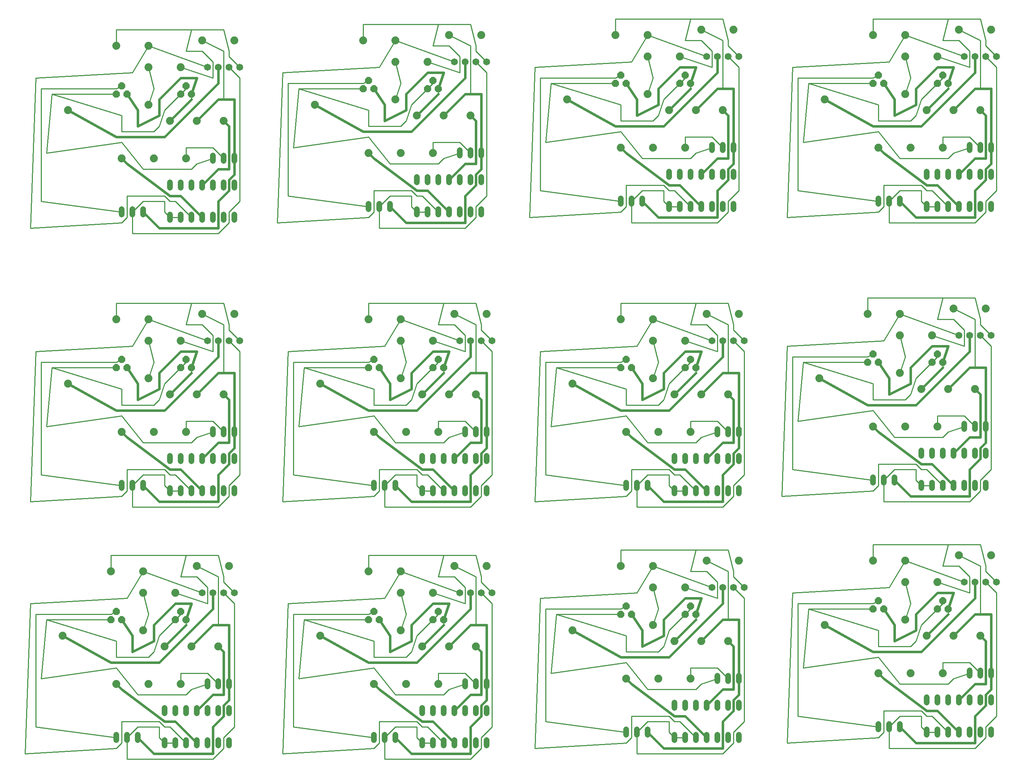
<source format=gbl>
G75*
G70*
%OFA0B0*%
%FSLAX24Y24*%
%IPPOS*%
%LPD*%
%AMOC8*
5,1,8,0,0,1.08239X$1,22.5*
%
%ADD10C,0.0740*%
%ADD11C,0.0650*%
%ADD12C,0.0520*%
%ADD13OC8,0.0660*%
%ADD14C,0.0100*%
%ADD15C,0.0240*%
D10*
X010600Y010100D03*
X013600Y010100D03*
X016600Y010100D03*
X017600Y013600D03*
X015100Y013600D03*
X013100Y015100D03*
X013100Y018600D03*
X013100Y020600D03*
X010100Y020600D03*
X016100Y018600D03*
X018100Y021100D03*
X021100Y021100D03*
X029600Y014600D03*
X034600Y010100D03*
X037600Y010100D03*
X040600Y010100D03*
X041600Y013600D03*
X039100Y013600D03*
X037100Y015100D03*
X037100Y018600D03*
X037100Y020600D03*
X034100Y020600D03*
X040100Y018600D03*
X042100Y021100D03*
X045100Y021100D03*
X053100Y015100D03*
X058100Y010600D03*
X061100Y010600D03*
X064100Y010600D03*
X065100Y014100D03*
X062600Y014100D03*
X060600Y015600D03*
X060600Y019100D03*
X060600Y021100D03*
X057600Y021100D03*
X063600Y019100D03*
X065600Y021600D03*
X068600Y021600D03*
X076600Y015600D03*
X081600Y011100D03*
X084600Y011100D03*
X087600Y011100D03*
X088600Y014600D03*
X091100Y014600D03*
X086100Y014600D03*
X084100Y016100D03*
X084100Y019600D03*
X084100Y021600D03*
X081100Y021600D03*
X087100Y019600D03*
X089100Y022100D03*
X092100Y022100D03*
X087100Y034100D03*
X084100Y034100D03*
X081100Y034100D03*
X085600Y037600D03*
X083600Y039100D03*
X083600Y042600D03*
X083600Y044600D03*
X080600Y044600D03*
X086600Y042600D03*
X088600Y045100D03*
X091600Y045100D03*
X090600Y037600D03*
X088100Y037600D03*
X076100Y038600D03*
X067600Y037100D03*
X065100Y037100D03*
X062600Y037100D03*
X060600Y038600D03*
X060600Y042100D03*
X060600Y044100D03*
X057600Y044100D03*
X063600Y042100D03*
X065600Y044600D03*
X068600Y044600D03*
X064100Y033600D03*
X061100Y033600D03*
X058100Y033600D03*
X053100Y038100D03*
X044100Y037100D03*
X041600Y037100D03*
X039100Y037100D03*
X037100Y038600D03*
X037100Y042100D03*
X037100Y044100D03*
X034100Y044100D03*
X040100Y042100D03*
X042100Y044600D03*
X045100Y044600D03*
X040600Y033600D03*
X037600Y033600D03*
X034600Y033600D03*
X029600Y038100D03*
X021600Y044600D03*
X018600Y044600D03*
X016600Y042100D03*
X013600Y042100D03*
X013600Y044100D03*
X010600Y044100D03*
X013600Y038600D03*
X015600Y037100D03*
X018100Y037100D03*
X020600Y037100D03*
X017100Y033600D03*
X014100Y033600D03*
X011100Y033600D03*
X006100Y038100D03*
X011100Y059100D03*
X014100Y059100D03*
X017100Y059100D03*
X018100Y062600D03*
X020600Y062600D03*
X015600Y062600D03*
X013600Y064100D03*
X013600Y067600D03*
X013600Y069600D03*
X010600Y069600D03*
X016600Y067600D03*
X018600Y070100D03*
X021600Y070100D03*
X029100Y064100D03*
X034100Y059600D03*
X037100Y059600D03*
X040100Y059600D03*
X041100Y063100D03*
X043600Y063100D03*
X038600Y063100D03*
X036600Y064600D03*
X036600Y068100D03*
X036600Y070100D03*
X033600Y070100D03*
X039600Y068100D03*
X041600Y070600D03*
X044600Y070600D03*
X052600Y064600D03*
X057600Y060100D03*
X060600Y060100D03*
X063600Y060100D03*
X064600Y063600D03*
X062100Y063600D03*
X060100Y065100D03*
X060100Y068600D03*
X060100Y070600D03*
X063100Y068600D03*
X065100Y071100D03*
X068100Y071100D03*
X076600Y064600D03*
X081600Y060100D03*
X084600Y060100D03*
X087600Y060100D03*
X088600Y063600D03*
X091100Y063600D03*
X086100Y063600D03*
X084100Y065100D03*
X084100Y068600D03*
X084100Y070600D03*
X081100Y070600D03*
X087100Y068600D03*
X089100Y071100D03*
X092100Y071100D03*
X067100Y063600D03*
X057100Y070600D03*
X006100Y063600D03*
X005600Y014600D03*
X020100Y013600D03*
X044100Y013600D03*
X067600Y014100D03*
D11*
X067100Y019100D03*
X066100Y019100D03*
X068100Y019100D03*
X069100Y019100D03*
X089600Y019600D03*
X090600Y019600D03*
X091600Y019600D03*
X092600Y019600D03*
X092100Y042600D03*
X091100Y042600D03*
X090100Y042600D03*
X089100Y042600D03*
X069100Y042100D03*
X068100Y042100D03*
X067100Y042100D03*
X066100Y042100D03*
X045600Y042100D03*
X044600Y042100D03*
X043600Y042100D03*
X042600Y042100D03*
X022100Y042100D03*
X021100Y042100D03*
X020100Y042100D03*
X019100Y042100D03*
X018600Y018600D03*
X019600Y018600D03*
X020600Y018600D03*
X021600Y018600D03*
X042600Y018600D03*
X043600Y018600D03*
X044600Y018600D03*
X045600Y018600D03*
X045100Y068100D03*
X044100Y068100D03*
X043100Y068100D03*
X042100Y068100D03*
X022100Y067600D03*
X021100Y067600D03*
X020100Y067600D03*
X019100Y067600D03*
X065600Y068600D03*
X066600Y068600D03*
X067600Y068600D03*
X068600Y068600D03*
X089600Y068600D03*
X090600Y068600D03*
X091600Y068600D03*
X092600Y068600D03*
D12*
X092100Y060360D02*
X092100Y059840D01*
X091100Y059840D02*
X091100Y060360D01*
X090100Y060360D02*
X090100Y059840D01*
X090100Y057860D02*
X090100Y057340D01*
X089100Y057340D02*
X089100Y057860D01*
X088100Y057860D02*
X088100Y057340D01*
X087100Y057340D02*
X087100Y057860D01*
X086100Y057860D02*
X086100Y057340D01*
X086100Y054860D02*
X086100Y054340D01*
X087100Y054340D02*
X087100Y054860D01*
X088100Y054860D02*
X088100Y054340D01*
X089100Y054340D02*
X089100Y054860D01*
X090100Y054860D02*
X090100Y054340D01*
X091100Y054340D02*
X091100Y054860D01*
X092100Y054860D02*
X092100Y054340D01*
X092100Y057340D02*
X092100Y057860D01*
X091100Y057860D02*
X091100Y057340D01*
X083600Y055360D02*
X083600Y054840D01*
X082600Y054840D02*
X082600Y055360D01*
X081600Y055360D02*
X081600Y054840D01*
X068100Y054860D02*
X068100Y054340D01*
X067100Y054340D02*
X067100Y054860D01*
X066100Y054860D02*
X066100Y054340D01*
X065100Y054340D02*
X065100Y054860D01*
X064100Y054860D02*
X064100Y054340D01*
X063100Y054340D02*
X063100Y054860D01*
X062100Y054860D02*
X062100Y054340D01*
X059600Y054840D02*
X059600Y055360D01*
X058600Y055360D02*
X058600Y054840D01*
X057600Y054840D02*
X057600Y055360D01*
X062100Y057340D02*
X062100Y057860D01*
X063100Y057860D02*
X063100Y057340D01*
X064100Y057340D02*
X064100Y057860D01*
X065100Y057860D02*
X065100Y057340D01*
X066100Y057340D02*
X066100Y057860D01*
X067100Y057860D02*
X067100Y057340D01*
X068100Y057340D02*
X068100Y057860D01*
X068100Y059840D02*
X068100Y060360D01*
X067100Y060360D02*
X067100Y059840D01*
X066100Y059840D02*
X066100Y060360D01*
X044600Y059860D02*
X044600Y059340D01*
X043600Y059340D02*
X043600Y059860D01*
X042600Y059860D02*
X042600Y059340D01*
X042600Y057360D02*
X042600Y056840D01*
X041600Y056840D02*
X041600Y057360D01*
X040600Y057360D02*
X040600Y056840D01*
X039600Y056840D02*
X039600Y057360D01*
X038600Y057360D02*
X038600Y056840D01*
X038600Y054360D02*
X038600Y053840D01*
X039600Y053840D02*
X039600Y054360D01*
X040600Y054360D02*
X040600Y053840D01*
X041600Y053840D02*
X041600Y054360D01*
X042600Y054360D02*
X042600Y053840D01*
X043600Y053840D02*
X043600Y054360D01*
X044600Y054360D02*
X044600Y053840D01*
X044600Y056840D02*
X044600Y057360D01*
X043600Y057360D02*
X043600Y056840D01*
X036100Y054860D02*
X036100Y054340D01*
X035100Y054340D02*
X035100Y054860D01*
X034100Y054860D02*
X034100Y054340D01*
X021600Y053860D02*
X021600Y053340D01*
X020600Y053340D02*
X020600Y053860D01*
X019600Y053860D02*
X019600Y053340D01*
X018600Y053340D02*
X018600Y053860D01*
X017600Y053860D02*
X017600Y053340D01*
X016600Y053340D02*
X016600Y053860D01*
X015600Y053860D02*
X015600Y053340D01*
X013100Y053840D02*
X013100Y054360D01*
X012100Y054360D02*
X012100Y053840D01*
X011100Y053840D02*
X011100Y054360D01*
X015600Y056340D02*
X015600Y056860D01*
X016600Y056860D02*
X016600Y056340D01*
X017600Y056340D02*
X017600Y056860D01*
X018600Y056860D02*
X018600Y056340D01*
X019600Y056340D02*
X019600Y056860D01*
X020600Y056860D02*
X020600Y056340D01*
X021600Y056340D02*
X021600Y056860D01*
X021600Y058840D02*
X021600Y059360D01*
X020600Y059360D02*
X020600Y058840D01*
X019600Y058840D02*
X019600Y059360D01*
X019600Y033860D02*
X019600Y033340D01*
X020600Y033340D02*
X020600Y033860D01*
X021600Y033860D02*
X021600Y033340D01*
X021600Y031360D02*
X021600Y030840D01*
X020600Y030840D02*
X020600Y031360D01*
X019600Y031360D02*
X019600Y030840D01*
X018600Y030840D02*
X018600Y031360D01*
X017600Y031360D02*
X017600Y030840D01*
X016600Y030840D02*
X016600Y031360D01*
X015600Y031360D02*
X015600Y030840D01*
X013100Y028860D02*
X013100Y028340D01*
X012100Y028340D02*
X012100Y028860D01*
X011100Y028860D02*
X011100Y028340D01*
X015600Y028360D02*
X015600Y027840D01*
X016600Y027840D02*
X016600Y028360D01*
X017600Y028360D02*
X017600Y027840D01*
X018600Y027840D02*
X018600Y028360D01*
X019600Y028360D02*
X019600Y027840D01*
X020600Y027840D02*
X020600Y028360D01*
X021600Y028360D02*
X021600Y027840D01*
X034600Y028340D02*
X034600Y028860D01*
X035600Y028860D02*
X035600Y028340D01*
X036600Y028340D02*
X036600Y028860D01*
X039100Y028360D02*
X039100Y027840D01*
X040100Y027840D02*
X040100Y028360D01*
X041100Y028360D02*
X041100Y027840D01*
X042100Y027840D02*
X042100Y028360D01*
X043100Y028360D02*
X043100Y027840D01*
X044100Y027840D02*
X044100Y028360D01*
X045100Y028360D02*
X045100Y027840D01*
X045100Y030840D02*
X045100Y031360D01*
X044100Y031360D02*
X044100Y030840D01*
X043100Y030840D02*
X043100Y031360D01*
X042100Y031360D02*
X042100Y030840D01*
X041100Y030840D02*
X041100Y031360D01*
X040100Y031360D02*
X040100Y030840D01*
X039100Y030840D02*
X039100Y031360D01*
X043100Y033340D02*
X043100Y033860D01*
X044100Y033860D02*
X044100Y033340D01*
X045100Y033340D02*
X045100Y033860D01*
X058100Y028860D02*
X058100Y028340D01*
X059100Y028340D02*
X059100Y028860D01*
X060100Y028860D02*
X060100Y028340D01*
X062600Y028360D02*
X062600Y027840D01*
X063600Y027840D02*
X063600Y028360D01*
X064600Y028360D02*
X064600Y027840D01*
X065600Y027840D02*
X065600Y028360D01*
X066600Y028360D02*
X066600Y027840D01*
X067600Y027840D02*
X067600Y028360D01*
X068600Y028360D02*
X068600Y027840D01*
X068600Y030840D02*
X068600Y031360D01*
X067600Y031360D02*
X067600Y030840D01*
X066600Y030840D02*
X066600Y031360D01*
X065600Y031360D02*
X065600Y030840D01*
X064600Y030840D02*
X064600Y031360D01*
X063600Y031360D02*
X063600Y030840D01*
X062600Y030840D02*
X062600Y031360D01*
X066600Y033340D02*
X066600Y033860D01*
X067600Y033860D02*
X067600Y033340D01*
X068600Y033340D02*
X068600Y033860D01*
X081100Y029360D02*
X081100Y028840D01*
X082100Y028840D02*
X082100Y029360D01*
X083100Y029360D02*
X083100Y028840D01*
X085600Y028860D02*
X085600Y028340D01*
X086600Y028340D02*
X086600Y028860D01*
X087600Y028860D02*
X087600Y028340D01*
X088600Y028340D02*
X088600Y028860D01*
X089600Y028860D02*
X089600Y028340D01*
X090600Y028340D02*
X090600Y028860D01*
X091600Y028860D02*
X091600Y028340D01*
X091600Y031340D02*
X091600Y031860D01*
X090600Y031860D02*
X090600Y031340D01*
X089600Y031340D02*
X089600Y031860D01*
X088600Y031860D02*
X088600Y031340D01*
X087600Y031340D02*
X087600Y031860D01*
X086600Y031860D02*
X086600Y031340D01*
X085600Y031340D02*
X085600Y031860D01*
X089600Y033840D02*
X089600Y034360D01*
X090600Y034360D02*
X090600Y033840D01*
X091600Y033840D02*
X091600Y034360D01*
X091100Y011360D02*
X091100Y010840D01*
X090100Y010840D02*
X090100Y011360D01*
X092100Y011360D02*
X092100Y010840D01*
X092100Y008860D02*
X092100Y008340D01*
X091100Y008340D02*
X091100Y008860D01*
X090100Y008860D02*
X090100Y008340D01*
X089100Y008340D02*
X089100Y008860D01*
X088100Y008860D02*
X088100Y008340D01*
X087100Y008340D02*
X087100Y008860D01*
X086100Y008860D02*
X086100Y008340D01*
X083600Y006360D02*
X083600Y005840D01*
X082600Y005840D02*
X082600Y006360D01*
X081600Y006360D02*
X081600Y005840D01*
X086100Y005860D02*
X086100Y005340D01*
X087100Y005340D02*
X087100Y005860D01*
X088100Y005860D02*
X088100Y005340D01*
X089100Y005340D02*
X089100Y005860D01*
X090100Y005860D02*
X090100Y005340D01*
X091100Y005340D02*
X091100Y005860D01*
X092100Y005860D02*
X092100Y005340D01*
X068600Y005360D02*
X068600Y004840D01*
X067600Y004840D02*
X067600Y005360D01*
X066600Y005360D02*
X066600Y004840D01*
X065600Y004840D02*
X065600Y005360D01*
X064600Y005360D02*
X064600Y004840D01*
X063600Y004840D02*
X063600Y005360D01*
X062600Y005360D02*
X062600Y004840D01*
X060100Y005340D02*
X060100Y005860D01*
X059100Y005860D02*
X059100Y005340D01*
X058100Y005340D02*
X058100Y005860D01*
X062600Y007840D02*
X062600Y008360D01*
X063600Y008360D02*
X063600Y007840D01*
X064600Y007840D02*
X064600Y008360D01*
X065600Y008360D02*
X065600Y007840D01*
X066600Y007840D02*
X066600Y008360D01*
X067600Y008360D02*
X067600Y007840D01*
X068600Y007840D02*
X068600Y008360D01*
X068600Y010340D02*
X068600Y010860D01*
X067600Y010860D02*
X067600Y010340D01*
X066600Y010340D02*
X066600Y010860D01*
X045100Y010360D02*
X045100Y009840D01*
X044100Y009840D02*
X044100Y010360D01*
X043100Y010360D02*
X043100Y009840D01*
X043100Y007860D02*
X043100Y007340D01*
X042100Y007340D02*
X042100Y007860D01*
X041100Y007860D02*
X041100Y007340D01*
X040100Y007340D02*
X040100Y007860D01*
X039100Y007860D02*
X039100Y007340D01*
X039100Y004860D02*
X039100Y004340D01*
X040100Y004340D02*
X040100Y004860D01*
X041100Y004860D02*
X041100Y004340D01*
X042100Y004340D02*
X042100Y004860D01*
X043100Y004860D02*
X043100Y004340D01*
X044100Y004340D02*
X044100Y004860D01*
X045100Y004860D02*
X045100Y004340D01*
X045100Y007340D02*
X045100Y007860D01*
X044100Y007860D02*
X044100Y007340D01*
X036600Y005360D02*
X036600Y004840D01*
X035600Y004840D02*
X035600Y005360D01*
X034600Y005360D02*
X034600Y004840D01*
X021100Y004860D02*
X021100Y004340D01*
X020100Y004340D02*
X020100Y004860D01*
X019100Y004860D02*
X019100Y004340D01*
X018100Y004340D02*
X018100Y004860D01*
X017100Y004860D02*
X017100Y004340D01*
X016100Y004340D02*
X016100Y004860D01*
X015100Y004860D02*
X015100Y004340D01*
X012600Y004840D02*
X012600Y005360D01*
X011600Y005360D02*
X011600Y004840D01*
X010600Y004840D02*
X010600Y005360D01*
X015100Y007340D02*
X015100Y007860D01*
X016100Y007860D02*
X016100Y007340D01*
X017100Y007340D02*
X017100Y007860D01*
X018100Y007860D02*
X018100Y007340D01*
X019100Y007340D02*
X019100Y007860D01*
X020100Y007860D02*
X020100Y007340D01*
X021100Y007340D02*
X021100Y007860D01*
X021100Y009840D02*
X021100Y010360D01*
X020100Y010360D02*
X020100Y009840D01*
X019100Y009840D02*
X019100Y010360D01*
D13*
X017100Y016100D03*
X016600Y016850D03*
X016100Y016100D03*
X011100Y016100D03*
X010600Y016850D03*
X010100Y016100D03*
X034100Y016100D03*
X034600Y016850D03*
X035100Y016100D03*
X040100Y016100D03*
X040600Y016850D03*
X041100Y016100D03*
X057600Y016600D03*
X058100Y017350D03*
X058600Y016600D03*
X063600Y016600D03*
X064100Y017350D03*
X064600Y016600D03*
X081100Y017100D03*
X081600Y017850D03*
X082100Y017100D03*
X087100Y017100D03*
X087600Y017850D03*
X088100Y017100D03*
X064600Y039600D03*
X064100Y040350D03*
X063600Y039600D03*
X058600Y039600D03*
X058100Y040350D03*
X057600Y039600D03*
X041100Y039600D03*
X040600Y040350D03*
X040100Y039600D03*
X035100Y039600D03*
X034600Y040350D03*
X034100Y039600D03*
X017600Y039600D03*
X017100Y040350D03*
X016600Y039600D03*
X011600Y039600D03*
X011100Y040350D03*
X010600Y039600D03*
X010600Y065100D03*
X011100Y065850D03*
X011600Y065100D03*
X016600Y065100D03*
X017100Y065850D03*
X017600Y065100D03*
X033600Y065600D03*
X034100Y066350D03*
X034600Y065600D03*
X039600Y065600D03*
X040100Y066350D03*
X040600Y065600D03*
X057100Y066100D03*
X057600Y066850D03*
X058100Y066100D03*
X063100Y066100D03*
X063600Y066850D03*
X064100Y066100D03*
X081100Y066100D03*
X081600Y066850D03*
X082100Y066100D03*
X087100Y066100D03*
X087600Y066850D03*
X088100Y066100D03*
X087100Y040850D03*
X086600Y040100D03*
X087600Y040100D03*
X081600Y040100D03*
X081100Y040850D03*
X080600Y040100D03*
D14*
X002600Y017600D02*
X002100Y003600D01*
X010600Y004100D01*
X011100Y004600D01*
X011100Y006600D01*
X014600Y006600D01*
X015100Y006100D01*
X015600Y006100D01*
X017100Y004600D01*
X016100Y004600D02*
X015100Y004600D01*
X014600Y005100D01*
X014600Y006100D01*
X012600Y006100D01*
X011600Y005100D01*
X011600Y003100D01*
X019600Y003100D01*
X020600Y004100D01*
X020600Y005100D01*
X021600Y006100D01*
X021600Y017600D01*
X020600Y018600D01*
X020600Y019600D02*
X021600Y018600D01*
X020600Y019600D02*
X020600Y020100D01*
X020100Y022100D01*
X017100Y022100D01*
X016600Y020100D01*
X018100Y020100D01*
X019100Y019100D01*
X019100Y017600D01*
X016100Y018600D01*
X016600Y016850D02*
X016600Y016600D01*
X016100Y016100D01*
X014600Y014600D01*
X014100Y013100D01*
X013600Y012600D01*
X010600Y012600D01*
X010600Y014100D01*
X004100Y016100D01*
X003600Y010600D01*
X010600Y011600D01*
X012600Y009100D01*
X017100Y009100D01*
X017600Y009600D01*
X019100Y010100D01*
X019100Y011100D02*
X016600Y011100D01*
X016600Y010100D01*
X019100Y011100D02*
X020100Y010100D01*
X020100Y015600D02*
X020100Y020100D01*
X018100Y021100D01*
X017100Y022100D02*
X010100Y022100D01*
X010100Y020600D01*
X011600Y018100D02*
X013100Y020600D01*
X018600Y018600D01*
X017100Y016100D02*
X017100Y015600D01*
X013600Y016600D02*
X013100Y018600D01*
X011600Y018100D02*
X002600Y017600D01*
X003100Y016600D02*
X010100Y016600D01*
X010600Y016850D01*
X010100Y016100D02*
X004100Y016100D01*
X003100Y016600D02*
X003100Y006100D01*
X010600Y005100D01*
X013100Y015100D02*
X013600Y016600D01*
X012100Y026600D02*
X012100Y028600D01*
X013100Y029600D01*
X015100Y029600D01*
X015100Y028600D01*
X015600Y028100D01*
X016600Y028100D01*
X017600Y028100D02*
X016100Y029600D01*
X015600Y029600D01*
X015100Y030100D01*
X011600Y030100D01*
X011600Y028100D01*
X011100Y027600D01*
X002600Y027100D01*
X003100Y041100D01*
X012100Y041600D01*
X013600Y044100D01*
X019100Y042100D01*
X019600Y042600D02*
X018600Y043600D01*
X017100Y043600D01*
X017600Y045600D01*
X020600Y045600D01*
X021100Y043600D01*
X021100Y043100D01*
X022100Y042100D01*
X022100Y041100D02*
X021100Y042100D01*
X022100Y041100D02*
X022100Y029600D01*
X021100Y028600D01*
X021100Y027600D01*
X020100Y026600D01*
X012100Y026600D01*
X011100Y028600D02*
X003600Y029600D01*
X003600Y040100D01*
X010600Y040100D01*
X011100Y040350D01*
X010600Y039600D02*
X004600Y039600D01*
X011100Y037600D01*
X011100Y036100D01*
X014100Y036100D01*
X014600Y036600D01*
X015100Y038100D01*
X016600Y039600D01*
X017100Y040100D01*
X017100Y040350D01*
X017600Y039600D02*
X017600Y039100D01*
X019600Y041100D02*
X019600Y042600D01*
X020600Y043600D02*
X020600Y039100D01*
X019600Y041100D02*
X016600Y042100D01*
X013600Y042100D02*
X014100Y040100D01*
X013600Y038600D01*
X011100Y035100D02*
X004100Y034100D01*
X004600Y039600D01*
X010600Y044100D02*
X010600Y045600D01*
X017600Y045600D01*
X018600Y044600D02*
X020600Y043600D01*
X026600Y041100D02*
X035600Y041600D01*
X037100Y044100D01*
X042600Y042100D01*
X043100Y042600D02*
X042100Y043600D01*
X040600Y043600D01*
X041100Y045600D01*
X044100Y045600D01*
X044600Y043600D01*
X044600Y043100D01*
X045600Y042100D01*
X045600Y041100D02*
X044600Y042100D01*
X043100Y042600D02*
X043100Y041100D01*
X040100Y042100D01*
X040600Y040350D02*
X040600Y040100D01*
X040100Y039600D01*
X038600Y038100D01*
X038100Y036600D01*
X037600Y036100D01*
X034600Y036100D01*
X034600Y037600D01*
X028100Y039600D01*
X027600Y034100D01*
X034600Y035100D01*
X036600Y032600D01*
X041100Y032600D01*
X041600Y033100D01*
X043100Y033600D01*
X043100Y034600D02*
X044100Y033600D01*
X043100Y034600D02*
X040600Y034600D01*
X040600Y033600D01*
X038600Y030100D02*
X035100Y030100D01*
X035100Y028100D01*
X034600Y027600D01*
X026100Y027100D01*
X026600Y041100D01*
X027100Y040100D02*
X034100Y040100D01*
X034600Y040350D01*
X034100Y039600D02*
X028100Y039600D01*
X027100Y040100D02*
X027100Y029600D01*
X034600Y028600D01*
X035600Y028600D02*
X035600Y026600D01*
X043600Y026600D01*
X044600Y027600D01*
X044600Y028600D01*
X045600Y029600D01*
X045600Y041100D01*
X044100Y039100D02*
X044100Y043600D01*
X042100Y044600D01*
X041100Y045600D02*
X034100Y045600D01*
X034100Y044100D01*
X037100Y042100D02*
X037600Y040100D01*
X037100Y038600D01*
X041100Y039100D02*
X041100Y039600D01*
X050100Y041100D02*
X059100Y041600D01*
X060600Y044100D01*
X066100Y042100D01*
X066600Y042600D02*
X065600Y043600D01*
X064100Y043600D01*
X064600Y045600D01*
X067600Y045600D01*
X068100Y043600D01*
X068100Y043100D01*
X069100Y042100D01*
X069100Y041100D02*
X068100Y042100D01*
X069100Y041100D02*
X069100Y029600D01*
X068100Y028600D01*
X068100Y027600D01*
X067100Y026600D01*
X059100Y026600D01*
X059100Y028600D01*
X060100Y029600D01*
X062100Y029600D01*
X062100Y028600D01*
X062600Y028100D01*
X063600Y028100D01*
X064600Y028100D02*
X063100Y029600D01*
X062600Y029600D01*
X062100Y030100D01*
X058600Y030100D01*
X058600Y028100D01*
X058100Y027600D01*
X049600Y027100D01*
X050100Y041100D01*
X050600Y040100D02*
X057600Y040100D01*
X058100Y040350D01*
X057600Y039600D02*
X051600Y039600D01*
X058100Y037600D01*
X058100Y036100D01*
X061100Y036100D01*
X061600Y036600D01*
X062100Y038100D01*
X063600Y039600D01*
X064100Y040100D01*
X064100Y040350D01*
X064600Y039600D02*
X064600Y039100D01*
X066600Y041100D02*
X066600Y042600D01*
X067600Y043600D02*
X067600Y039100D01*
X066600Y041100D02*
X063600Y042100D01*
X060600Y042100D02*
X061100Y040100D01*
X060600Y038600D01*
X058100Y035100D02*
X051100Y034100D01*
X051600Y039600D01*
X050600Y040100D02*
X050600Y029600D01*
X058100Y028600D01*
X060100Y032600D02*
X058100Y035100D01*
X060100Y032600D02*
X064600Y032600D01*
X065100Y033100D01*
X066600Y033600D01*
X066600Y034600D02*
X064100Y034600D01*
X064100Y033600D01*
X066600Y034600D02*
X067600Y033600D01*
X074100Y034600D02*
X074600Y040100D01*
X081100Y038100D01*
X081100Y036600D01*
X084100Y036600D01*
X084600Y037100D01*
X085100Y038600D01*
X086600Y040100D01*
X087100Y040600D01*
X087100Y040850D01*
X087600Y040100D02*
X087600Y039600D01*
X089600Y041600D02*
X089600Y043100D01*
X088600Y044100D01*
X087100Y044100D01*
X087600Y046100D01*
X090600Y046100D01*
X091100Y044100D01*
X091100Y043600D01*
X092100Y042600D01*
X092100Y041600D02*
X092100Y030100D01*
X091100Y029100D01*
X091100Y028100D01*
X090100Y027100D01*
X082100Y027100D01*
X082100Y029100D01*
X083100Y030100D01*
X085100Y030100D01*
X085100Y029100D01*
X085600Y028600D01*
X086600Y028600D01*
X087600Y028600D02*
X086100Y030100D01*
X085600Y030100D01*
X085100Y030600D01*
X081600Y030600D01*
X081600Y028600D01*
X081100Y028100D01*
X072600Y027600D01*
X073100Y041600D01*
X082100Y042100D01*
X083600Y044600D01*
X089100Y042600D01*
X089600Y041600D02*
X086600Y042600D01*
X083600Y042600D02*
X084100Y040600D01*
X083600Y039100D01*
X081100Y040850D02*
X080600Y040600D01*
X073600Y040600D01*
X073600Y030100D01*
X081100Y029100D01*
X083100Y033100D02*
X081100Y035600D01*
X074100Y034600D01*
X074600Y040100D02*
X080600Y040100D01*
X080600Y044600D02*
X080600Y046100D01*
X087600Y046100D01*
X088600Y045100D02*
X090600Y044100D01*
X090600Y039600D01*
X092100Y041600D02*
X091100Y042600D01*
X089600Y035100D02*
X087100Y035100D01*
X087100Y034100D01*
X087600Y033100D02*
X083100Y033100D01*
X087600Y033100D02*
X088100Y033600D01*
X089600Y034100D01*
X089600Y035100D02*
X090600Y034100D01*
X091100Y023100D02*
X088100Y023100D01*
X087600Y021100D01*
X089100Y021100D01*
X090100Y020100D01*
X090100Y018600D01*
X087100Y019600D01*
X087600Y017850D02*
X087600Y017600D01*
X087100Y017100D01*
X085600Y015600D01*
X085100Y014100D01*
X084600Y013600D01*
X081600Y013600D01*
X081600Y015100D01*
X075100Y017100D01*
X074600Y011600D01*
X081600Y012600D01*
X083600Y010100D01*
X088100Y010100D01*
X088600Y010600D01*
X090100Y011100D01*
X090100Y012100D02*
X091100Y011100D01*
X090100Y012100D02*
X087600Y012100D01*
X087600Y011100D01*
X085600Y007600D02*
X082100Y007600D01*
X082100Y005600D01*
X081600Y005100D01*
X073100Y004600D01*
X073600Y018600D01*
X082600Y019100D01*
X084100Y021600D01*
X089600Y019600D01*
X091600Y019600D02*
X092600Y018600D01*
X092600Y007100D01*
X091600Y006100D01*
X091600Y005100D01*
X090600Y004100D01*
X082600Y004100D01*
X082600Y006100D01*
X083600Y007100D01*
X085600Y007100D01*
X085600Y006100D01*
X086100Y005600D01*
X087100Y005600D01*
X088100Y005600D02*
X086600Y007100D01*
X086100Y007100D01*
X085600Y007600D01*
X081600Y006100D02*
X074100Y007100D01*
X074100Y017600D01*
X081100Y017600D01*
X081600Y017850D01*
X081100Y017100D02*
X075100Y017100D01*
X069100Y018100D02*
X069100Y006600D01*
X068100Y005600D01*
X068100Y004600D01*
X067100Y003600D01*
X059100Y003600D01*
X059100Y005600D01*
X060100Y006600D01*
X062100Y006600D01*
X062100Y005600D01*
X062600Y005100D01*
X063600Y005100D01*
X064600Y005100D02*
X063100Y006600D01*
X062600Y006600D01*
X062100Y007100D01*
X058600Y007100D01*
X058600Y005100D01*
X058100Y004600D01*
X049600Y004100D01*
X050100Y018100D01*
X059100Y018600D01*
X060600Y021100D01*
X066100Y019100D01*
X066600Y019600D02*
X066600Y018100D01*
X063600Y019100D01*
X064100Y020600D02*
X064600Y022600D01*
X067600Y022600D01*
X068100Y020600D01*
X068100Y020100D01*
X069100Y019100D01*
X069100Y018100D02*
X068100Y019100D01*
X067600Y020600D02*
X067600Y016100D01*
X064600Y016100D02*
X064600Y016600D01*
X064100Y017100D02*
X064100Y017350D01*
X064100Y017100D02*
X063600Y016600D01*
X062100Y015100D01*
X061600Y013600D01*
X061100Y013100D01*
X058100Y013100D01*
X058100Y014600D01*
X051600Y016600D01*
X051100Y011100D01*
X058100Y012100D01*
X060100Y009600D01*
X064600Y009600D01*
X065100Y010100D01*
X066600Y010600D01*
X066600Y011600D02*
X064100Y011600D01*
X064100Y010600D01*
X066600Y011600D02*
X067600Y010600D01*
X060600Y015600D02*
X061100Y017100D01*
X060600Y019100D01*
X058100Y017350D02*
X057600Y017100D01*
X050600Y017100D01*
X050600Y006600D01*
X058100Y005600D01*
X045600Y006100D02*
X044600Y005100D01*
X044600Y004100D01*
X043600Y003100D01*
X035600Y003100D01*
X035600Y005100D01*
X036600Y006100D01*
X038600Y006100D01*
X038600Y005100D01*
X039100Y004600D01*
X040100Y004600D01*
X041100Y004600D02*
X039600Y006100D01*
X039100Y006100D01*
X038600Y006600D01*
X035100Y006600D01*
X035100Y004600D01*
X034600Y004100D01*
X026100Y003600D01*
X026600Y017600D01*
X035600Y018100D01*
X037100Y020600D01*
X042600Y018600D01*
X043100Y019100D02*
X043100Y017600D01*
X040100Y018600D01*
X040600Y020100D02*
X041100Y022100D01*
X044100Y022100D01*
X044600Y020100D01*
X044600Y019600D01*
X045600Y018600D01*
X045600Y017600D02*
X045600Y006100D01*
X043100Y010100D02*
X041600Y009600D01*
X041100Y009100D01*
X036600Y009100D01*
X034600Y011600D01*
X027600Y010600D01*
X028100Y016100D01*
X034600Y014100D01*
X034600Y012600D01*
X037600Y012600D01*
X038100Y013100D01*
X038600Y014600D01*
X040100Y016100D01*
X040600Y016600D01*
X040600Y016850D01*
X041100Y016100D02*
X041100Y015600D01*
X044100Y015600D02*
X044100Y020100D01*
X042100Y021100D01*
X041100Y022100D02*
X034100Y022100D01*
X034100Y020600D01*
X037100Y018600D02*
X037600Y016600D01*
X037100Y015100D01*
X034600Y016850D02*
X034100Y016600D01*
X027100Y016600D01*
X027100Y006100D01*
X034600Y005100D01*
X040600Y010100D02*
X040600Y011100D01*
X043100Y011100D01*
X044100Y010100D01*
X051600Y016600D02*
X057600Y016600D01*
X057600Y021100D02*
X057600Y022600D01*
X064600Y022600D01*
X065600Y021600D02*
X067600Y020600D01*
X066600Y019600D02*
X065600Y020600D01*
X064100Y020600D01*
X081100Y021600D02*
X081100Y023100D01*
X088100Y023100D01*
X089100Y022100D02*
X091100Y021100D01*
X091100Y016600D01*
X088100Y016600D02*
X088100Y017100D01*
X084600Y017600D02*
X084100Y019600D01*
X084600Y017600D02*
X084100Y016100D01*
X091600Y020600D02*
X091600Y021100D01*
X091100Y023100D01*
X091600Y020600D02*
X092600Y019600D01*
X067600Y043600D02*
X065600Y044600D01*
X064600Y045600D02*
X057600Y045600D01*
X057600Y044100D01*
X058600Y053100D02*
X058600Y055100D01*
X059600Y056100D01*
X061600Y056100D01*
X061600Y055100D01*
X062100Y054600D01*
X063100Y054600D01*
X064100Y054600D02*
X062600Y056100D01*
X062100Y056100D01*
X061600Y056600D01*
X058100Y056600D01*
X058100Y054600D01*
X057600Y054100D01*
X049100Y053600D01*
X049600Y067600D01*
X058600Y068100D01*
X060100Y070600D01*
X065600Y068600D01*
X066100Y069100D02*
X066100Y067600D01*
X063100Y068600D01*
X063600Y070100D02*
X064100Y072100D01*
X067100Y072100D01*
X067600Y070100D01*
X067600Y069600D01*
X068600Y068600D01*
X068600Y067600D02*
X068600Y056100D01*
X067600Y055100D01*
X067600Y054100D01*
X066600Y053100D01*
X058600Y053100D01*
X057600Y055100D02*
X050100Y056100D01*
X050100Y066600D01*
X057100Y066600D01*
X057600Y066850D01*
X057100Y066100D02*
X051100Y066100D01*
X057600Y064100D01*
X057600Y062600D01*
X060600Y062600D01*
X061100Y063100D01*
X061600Y064600D01*
X063100Y066100D01*
X063600Y066600D01*
X063600Y066850D01*
X064100Y066100D02*
X064100Y065600D01*
X067100Y065600D02*
X067100Y070100D01*
X065100Y071100D01*
X065100Y070100D02*
X063600Y070100D01*
X065100Y070100D02*
X066100Y069100D01*
X067600Y068600D02*
X068600Y067600D01*
X073600Y067600D02*
X082600Y068100D01*
X084100Y070600D01*
X089600Y068600D01*
X090100Y069100D02*
X090100Y067600D01*
X087100Y068600D01*
X087600Y070100D02*
X088100Y072100D01*
X091100Y072100D01*
X091600Y070100D01*
X091600Y069600D01*
X092600Y068600D01*
X092600Y067600D02*
X092600Y056100D01*
X091600Y055100D01*
X091600Y054100D01*
X090600Y053100D01*
X082600Y053100D01*
X082600Y055100D01*
X083600Y056100D01*
X085600Y056100D01*
X085600Y055100D01*
X086100Y054600D01*
X087100Y054600D01*
X088100Y054600D02*
X086600Y056100D01*
X086100Y056100D01*
X085600Y056600D01*
X082100Y056600D01*
X082100Y054600D01*
X081600Y054100D01*
X073100Y053600D01*
X073600Y067600D01*
X074100Y066600D02*
X081100Y066600D01*
X081600Y066850D01*
X081100Y066100D02*
X075100Y066100D01*
X081600Y064100D01*
X081600Y062600D01*
X084600Y062600D01*
X085100Y063100D01*
X085600Y064600D01*
X087100Y066100D01*
X087600Y066600D01*
X087600Y066850D01*
X088100Y066100D02*
X088100Y065600D01*
X091100Y065600D02*
X091100Y070100D01*
X089100Y071100D01*
X089100Y070100D02*
X087600Y070100D01*
X089100Y070100D02*
X090100Y069100D01*
X091600Y068600D02*
X092600Y067600D01*
X088100Y072100D02*
X081100Y072100D01*
X081100Y070600D01*
X084100Y068600D02*
X084600Y066600D01*
X084100Y065100D01*
X081600Y061600D02*
X074600Y060600D01*
X075100Y066100D01*
X074100Y066600D02*
X074100Y056100D01*
X081600Y055100D01*
X083600Y059100D02*
X081600Y061600D01*
X083600Y059100D02*
X088100Y059100D01*
X088600Y059600D01*
X090100Y060100D01*
X090100Y061100D02*
X087600Y061100D01*
X087600Y060100D01*
X090100Y061100D02*
X091100Y060100D01*
X067100Y060100D02*
X066100Y061100D01*
X063600Y061100D01*
X063600Y060100D01*
X064100Y059100D02*
X064600Y059600D01*
X066100Y060100D01*
X064100Y059100D02*
X059600Y059100D01*
X057600Y061600D01*
X050600Y060600D01*
X051100Y066100D01*
X045100Y067100D02*
X045100Y055600D01*
X044100Y054600D01*
X044100Y053600D01*
X043100Y052600D01*
X035100Y052600D01*
X035100Y054600D01*
X036100Y055600D01*
X038100Y055600D01*
X038100Y054600D01*
X038600Y054100D01*
X039600Y054100D01*
X040600Y054100D02*
X039100Y055600D01*
X038600Y055600D01*
X038100Y056100D01*
X034600Y056100D01*
X034600Y054100D01*
X034100Y053600D01*
X025600Y053100D01*
X026100Y067100D01*
X035100Y067600D01*
X036600Y070100D01*
X042100Y068100D01*
X042600Y068600D02*
X042600Y067100D01*
X039600Y068100D01*
X040100Y069600D02*
X040600Y071600D01*
X043600Y071600D01*
X044100Y069600D01*
X044100Y069100D01*
X045100Y068100D01*
X045100Y067100D02*
X044100Y068100D01*
X043600Y069600D02*
X043600Y065100D01*
X040600Y065100D02*
X040600Y065600D01*
X040100Y066100D02*
X040100Y066350D01*
X040100Y066100D02*
X039600Y065600D01*
X038100Y064100D01*
X037600Y062600D01*
X037100Y062100D01*
X034100Y062100D01*
X034100Y063600D01*
X027600Y065600D01*
X027100Y060100D01*
X034100Y061100D01*
X036100Y058600D01*
X040600Y058600D01*
X041100Y059100D01*
X042600Y059600D01*
X042600Y060600D02*
X040100Y060600D01*
X040100Y059600D01*
X042600Y060600D02*
X043600Y059600D01*
X036600Y064600D02*
X037100Y066100D01*
X036600Y068100D01*
X034100Y066350D02*
X033600Y066100D01*
X026600Y066100D01*
X026600Y055600D01*
X034100Y054600D01*
X022100Y055100D02*
X021100Y054100D01*
X021100Y053100D01*
X020100Y052100D01*
X012100Y052100D01*
X012100Y054100D01*
X013100Y055100D01*
X015100Y055100D01*
X015100Y054100D01*
X015600Y053600D01*
X016600Y053600D01*
X017600Y053600D02*
X016100Y055100D01*
X015600Y055100D01*
X015100Y055600D01*
X011600Y055600D01*
X011600Y053600D01*
X011100Y053100D01*
X002600Y052600D01*
X003100Y066600D01*
X012100Y067100D01*
X013600Y069600D01*
X019100Y067600D01*
X019600Y068100D02*
X018600Y069100D01*
X017100Y069100D01*
X017600Y071100D01*
X020600Y071100D01*
X021100Y069100D01*
X021100Y068600D01*
X022100Y067600D01*
X022100Y066600D02*
X021100Y067600D01*
X022100Y066600D02*
X022100Y055100D01*
X020600Y059100D02*
X019600Y060100D01*
X017100Y060100D01*
X017100Y059100D01*
X017600Y058100D02*
X013100Y058100D01*
X011100Y060600D01*
X004100Y059600D01*
X004600Y065100D01*
X011100Y063100D01*
X011100Y061600D01*
X014100Y061600D01*
X014600Y062100D01*
X015100Y063600D01*
X016600Y065100D01*
X017100Y065600D01*
X017100Y065850D01*
X017600Y065100D02*
X017600Y064600D01*
X019600Y066600D02*
X019600Y068100D01*
X020600Y069100D02*
X020600Y064600D01*
X019600Y066600D02*
X016600Y067600D01*
X013600Y067600D02*
X014100Y065600D01*
X013600Y064100D01*
X011100Y065850D02*
X010600Y065600D01*
X003600Y065600D01*
X003600Y055100D01*
X011100Y054100D01*
X017600Y058100D02*
X018100Y058600D01*
X019600Y059100D01*
X027600Y065600D02*
X033600Y065600D01*
X033600Y070100D02*
X033600Y071600D01*
X040600Y071600D01*
X041600Y070600D02*
X043600Y069600D01*
X042600Y068600D02*
X041600Y069600D01*
X040100Y069600D01*
X057100Y070600D02*
X057100Y072100D01*
X064100Y072100D01*
X060100Y068600D02*
X060600Y066600D01*
X060100Y065100D01*
X020600Y069100D02*
X018600Y070100D01*
X017600Y071100D02*
X010600Y071100D01*
X010600Y069600D01*
X010600Y065100D02*
X004600Y065100D01*
X011100Y035100D02*
X013100Y032600D01*
X017600Y032600D01*
X018100Y033100D01*
X019600Y033600D01*
X019600Y034600D02*
X020600Y033600D01*
X019600Y034600D02*
X017100Y034600D01*
X017100Y033600D01*
X035600Y028600D02*
X036600Y029600D01*
X038600Y029600D01*
X038600Y028600D01*
X039100Y028100D01*
X040100Y028100D01*
X041100Y028100D02*
X039600Y029600D01*
X039100Y029600D01*
X038600Y030100D01*
X040600Y020100D02*
X042100Y020100D01*
X043100Y019100D01*
X044600Y018600D02*
X045600Y017600D01*
X034100Y016100D02*
X028100Y016100D01*
D15*
X029600Y014600D02*
X034100Y012100D01*
X038600Y012100D01*
X043600Y017100D01*
X043600Y018600D01*
X041600Y017600D02*
X041100Y016100D01*
X041100Y015600D02*
X039100Y013600D01*
X038100Y014100D02*
X038100Y015600D01*
X040100Y017600D01*
X041600Y017600D01*
X043600Y015600D02*
X044100Y015600D01*
X045100Y015600D01*
X045100Y010100D01*
X045100Y008600D01*
X044600Y008100D01*
X044600Y007100D01*
X043600Y006100D01*
X043600Y003600D01*
X038100Y003600D01*
X036600Y005100D01*
X039100Y006600D02*
X035100Y009600D01*
X034600Y010100D01*
X036100Y013100D02*
X038100Y014100D01*
X036100Y014600D02*
X036100Y013100D01*
X036100Y014600D02*
X035100Y016100D01*
X041600Y013600D02*
X043600Y015600D01*
X044100Y013600D02*
X044600Y013100D01*
X044600Y009100D01*
X043600Y009100D01*
X042100Y007600D01*
X040100Y006600D02*
X039100Y006600D01*
X040100Y006600D02*
X042100Y004600D01*
X053100Y015100D02*
X057600Y012600D01*
X062100Y012600D01*
X067100Y017600D01*
X067100Y019100D01*
X065100Y018100D02*
X064600Y016600D01*
X064600Y016100D02*
X062600Y014100D01*
X061600Y014600D02*
X061600Y016100D01*
X063600Y018100D01*
X065100Y018100D01*
X067100Y016100D02*
X067600Y016100D01*
X068600Y016100D01*
X068600Y010600D01*
X068600Y009100D01*
X068100Y008600D01*
X068100Y007600D01*
X067100Y006600D01*
X067100Y004100D01*
X061600Y004100D01*
X060100Y005600D01*
X062600Y007100D02*
X058600Y010100D01*
X058100Y010600D01*
X059600Y013600D02*
X061600Y014600D01*
X059600Y015100D02*
X059600Y013600D01*
X059600Y015100D02*
X058600Y016600D01*
X065100Y014100D02*
X067100Y016100D01*
X067600Y014100D02*
X068100Y013600D01*
X068100Y009600D01*
X067100Y009600D01*
X065600Y008100D01*
X063600Y007100D02*
X062600Y007100D01*
X063600Y007100D02*
X065600Y005100D01*
X076600Y015600D02*
X081100Y013100D01*
X085600Y013100D01*
X090600Y018100D01*
X090600Y019600D01*
X088600Y018600D02*
X088100Y017100D01*
X088100Y016600D02*
X086100Y014600D01*
X085100Y015100D02*
X085100Y016600D01*
X087100Y018600D01*
X088600Y018600D01*
X090600Y016600D02*
X091100Y016600D01*
X092100Y016600D01*
X092100Y011100D01*
X092100Y009600D01*
X091600Y009100D01*
X091600Y008100D01*
X090600Y007100D01*
X090600Y004600D01*
X085100Y004600D01*
X083600Y006100D01*
X086100Y007600D02*
X082100Y010600D01*
X081600Y011100D01*
X083100Y014100D02*
X085100Y015100D01*
X083100Y015600D02*
X083100Y014100D01*
X083100Y015600D02*
X082100Y017100D01*
X088600Y014600D02*
X090600Y016600D01*
X091100Y014600D02*
X091600Y014100D01*
X091600Y010100D01*
X090600Y010100D01*
X089100Y008600D01*
X087100Y007600D02*
X086100Y007600D01*
X087100Y007600D02*
X089100Y005600D01*
X090100Y027600D02*
X084600Y027600D01*
X083100Y029100D01*
X085600Y030600D02*
X081600Y033600D01*
X081100Y034100D01*
X080600Y036100D02*
X076100Y038600D01*
X080600Y036100D02*
X085100Y036100D01*
X090100Y041100D01*
X090100Y042600D01*
X088100Y041600D02*
X087600Y040100D01*
X087600Y039600D02*
X085600Y037600D01*
X084600Y038100D02*
X084600Y039600D01*
X086600Y041600D01*
X088100Y041600D01*
X090100Y039600D02*
X090600Y039600D01*
X091600Y039600D01*
X091600Y034100D01*
X091600Y032600D01*
X091100Y032100D01*
X091100Y031100D01*
X090100Y030100D01*
X090100Y027600D01*
X088600Y028600D02*
X086600Y030600D01*
X085600Y030600D01*
X088600Y031600D02*
X090100Y033100D01*
X091100Y033100D01*
X091100Y037100D01*
X090600Y037600D01*
X090100Y039600D02*
X088100Y037600D01*
X084600Y038100D02*
X082600Y037100D01*
X082600Y038600D01*
X081600Y040100D01*
X068600Y039100D02*
X068600Y033600D01*
X068600Y032100D01*
X068100Y031600D01*
X068100Y030600D01*
X067100Y029600D01*
X067100Y027100D01*
X061600Y027100D01*
X060100Y028600D01*
X062600Y030100D02*
X058600Y033100D01*
X058100Y033600D01*
X057600Y035600D02*
X053100Y038100D01*
X057600Y035600D02*
X062100Y035600D01*
X067100Y040600D01*
X067100Y042100D01*
X065100Y041100D02*
X064600Y039600D01*
X064600Y039100D02*
X062600Y037100D01*
X061600Y037600D02*
X061600Y039100D01*
X063600Y041100D01*
X065100Y041100D01*
X067100Y039100D02*
X067600Y039100D01*
X068600Y039100D01*
X067100Y039100D02*
X065100Y037100D01*
X067600Y037100D02*
X068100Y036600D01*
X068100Y032600D01*
X067100Y032600D01*
X065600Y031100D01*
X063600Y030100D02*
X062600Y030100D01*
X063600Y030100D02*
X065600Y028100D01*
X061600Y037600D02*
X059600Y036600D01*
X059600Y038100D01*
X058600Y039600D01*
X045100Y039100D02*
X045100Y033600D01*
X045100Y032100D01*
X044600Y031600D01*
X044600Y030600D01*
X043600Y029600D01*
X043600Y027100D01*
X038100Y027100D01*
X036600Y028600D01*
X039100Y030100D02*
X035100Y033100D01*
X034600Y033600D01*
X034100Y035600D02*
X029600Y038100D01*
X034100Y035600D02*
X038600Y035600D01*
X043600Y040600D01*
X043600Y042100D01*
X041600Y041100D02*
X041100Y039600D01*
X041100Y039100D02*
X039100Y037100D01*
X038100Y037600D02*
X038100Y039100D01*
X040100Y041100D01*
X041600Y041100D01*
X043600Y039100D02*
X044100Y039100D01*
X045100Y039100D01*
X043600Y039100D02*
X041600Y037100D01*
X044100Y037100D02*
X044600Y036600D01*
X044600Y032600D01*
X043600Y032600D01*
X042100Y031100D01*
X040100Y030100D02*
X039100Y030100D01*
X040100Y030100D02*
X042100Y028100D01*
X038100Y037600D02*
X036100Y036600D01*
X036100Y038100D01*
X035100Y039600D01*
X021600Y039100D02*
X021600Y033600D01*
X021600Y032100D01*
X021100Y031600D01*
X021100Y030600D01*
X020100Y029600D01*
X020100Y027100D01*
X014600Y027100D01*
X013100Y028600D01*
X015600Y030100D02*
X011600Y033100D01*
X011100Y033600D01*
X010600Y035600D02*
X006100Y038100D01*
X010600Y035600D02*
X015100Y035600D01*
X020100Y040600D01*
X020100Y042100D01*
X018100Y041100D02*
X017600Y039600D01*
X017600Y039100D02*
X015600Y037100D01*
X014600Y037600D02*
X014600Y039100D01*
X016600Y041100D01*
X018100Y041100D01*
X020100Y039100D02*
X020600Y039100D01*
X021600Y039100D01*
X020100Y039100D02*
X018100Y037100D01*
X020600Y037100D02*
X021100Y036600D01*
X021100Y032600D01*
X020100Y032600D01*
X018600Y031100D01*
X016600Y030100D02*
X015600Y030100D01*
X016600Y030100D02*
X018600Y028100D01*
X014600Y037600D02*
X012600Y036600D01*
X012600Y038100D01*
X011600Y039600D01*
X014600Y052600D02*
X020100Y052600D01*
X020100Y055100D01*
X021100Y056100D01*
X021100Y057100D01*
X021600Y057600D01*
X021600Y059100D01*
X021600Y064600D01*
X020600Y064600D01*
X020100Y064600D01*
X018100Y062600D01*
X020600Y062600D02*
X021100Y062100D01*
X021100Y058100D01*
X020100Y058100D01*
X018600Y056600D01*
X016600Y055600D02*
X015600Y055600D01*
X011600Y058600D01*
X011100Y059100D01*
X010600Y061100D02*
X006100Y063600D01*
X010600Y061100D02*
X015100Y061100D01*
X020100Y066100D01*
X020100Y067600D01*
X018100Y066600D02*
X017600Y065100D01*
X017600Y064600D02*
X015600Y062600D01*
X014600Y063100D02*
X014600Y064600D01*
X016600Y066600D01*
X018100Y066600D01*
X014600Y063100D02*
X012600Y062100D01*
X012600Y063600D01*
X011600Y065100D01*
X016600Y055600D02*
X018600Y053600D01*
X014600Y052600D02*
X013100Y054100D01*
X029100Y064100D02*
X033600Y061600D01*
X038100Y061600D01*
X043100Y066600D01*
X043100Y068100D01*
X041100Y067100D02*
X040600Y065600D01*
X040600Y065100D02*
X038600Y063100D01*
X037600Y063600D02*
X037600Y065100D01*
X039600Y067100D01*
X041100Y067100D01*
X043100Y065100D02*
X043600Y065100D01*
X044600Y065100D01*
X044600Y059600D01*
X044600Y058100D01*
X044100Y057600D01*
X044100Y056600D01*
X043100Y055600D01*
X043100Y053100D01*
X037600Y053100D01*
X036100Y054600D01*
X038600Y056100D02*
X034600Y059100D01*
X034100Y059600D01*
X035600Y062600D02*
X037600Y063600D01*
X035600Y064100D02*
X035600Y062600D01*
X035600Y064100D02*
X034600Y065600D01*
X041100Y063100D02*
X043100Y065100D01*
X043600Y063100D02*
X044100Y062600D01*
X044100Y058600D01*
X043100Y058600D01*
X041600Y057100D01*
X039600Y056100D02*
X038600Y056100D01*
X039600Y056100D02*
X041600Y054100D01*
X052600Y064600D02*
X057100Y062100D01*
X061600Y062100D01*
X066600Y067100D01*
X066600Y068600D01*
X064600Y067600D02*
X064100Y066100D01*
X064100Y065600D02*
X062100Y063600D01*
X061100Y064100D02*
X061100Y065600D01*
X063100Y067600D01*
X064600Y067600D01*
X066600Y065600D02*
X067100Y065600D01*
X068100Y065600D01*
X068100Y060100D01*
X068100Y058600D01*
X067600Y058100D01*
X067600Y057100D01*
X066600Y056100D01*
X066600Y053600D01*
X061100Y053600D01*
X059600Y055100D01*
X062100Y056600D02*
X058100Y059600D01*
X057600Y060100D01*
X059100Y063100D02*
X061100Y064100D01*
X059100Y064600D02*
X059100Y063100D01*
X059100Y064600D02*
X058100Y066100D01*
X064600Y063600D02*
X066600Y065600D01*
X067100Y063600D02*
X067600Y063100D01*
X067600Y059100D01*
X066600Y059100D01*
X065100Y057600D01*
X063100Y056600D02*
X062100Y056600D01*
X063100Y056600D02*
X065100Y054600D01*
X076600Y064600D02*
X081100Y062100D01*
X085600Y062100D01*
X090600Y067100D01*
X090600Y068600D01*
X088600Y067600D02*
X088100Y066100D01*
X088100Y065600D02*
X086100Y063600D01*
X085100Y064100D02*
X085100Y065600D01*
X087100Y067600D01*
X088600Y067600D01*
X090600Y065600D02*
X091100Y065600D01*
X092100Y065600D01*
X092100Y060100D01*
X092100Y058600D01*
X091600Y058100D01*
X091600Y057100D01*
X090600Y056100D01*
X090600Y053600D01*
X085100Y053600D01*
X083600Y055100D01*
X086100Y056600D02*
X082100Y059600D01*
X081600Y060100D01*
X083100Y063100D02*
X085100Y064100D01*
X083100Y064600D02*
X083100Y063100D01*
X083100Y064600D02*
X082100Y066100D01*
X088600Y063600D02*
X090600Y065600D01*
X091100Y063600D02*
X091600Y063100D01*
X091600Y059100D01*
X090600Y059100D01*
X089100Y057600D01*
X087100Y056600D02*
X086100Y056600D01*
X087100Y056600D02*
X089100Y054600D01*
X021100Y015600D02*
X021100Y010100D01*
X021100Y008600D01*
X020600Y008100D01*
X020600Y007100D01*
X019600Y006100D01*
X019600Y003600D01*
X014100Y003600D01*
X012600Y005100D01*
X015100Y006600D02*
X011100Y009600D01*
X010600Y010100D01*
X010100Y012100D02*
X005600Y014600D01*
X010100Y012100D02*
X014600Y012100D01*
X019600Y017100D01*
X019600Y018600D01*
X017600Y017600D02*
X017100Y016100D01*
X017100Y015600D02*
X015100Y013600D01*
X014100Y014100D02*
X014100Y015600D01*
X016100Y017600D01*
X017600Y017600D01*
X019600Y015600D02*
X020100Y015600D01*
X021100Y015600D01*
X019600Y015600D02*
X017600Y013600D01*
X020100Y013600D02*
X020600Y013100D01*
X020600Y009100D01*
X019600Y009100D01*
X018100Y007600D01*
X016100Y006600D02*
X015100Y006600D01*
X016100Y006600D02*
X018100Y004600D01*
X014100Y014100D02*
X012100Y013100D01*
X012100Y014600D01*
X011100Y016100D01*
M02*

</source>
